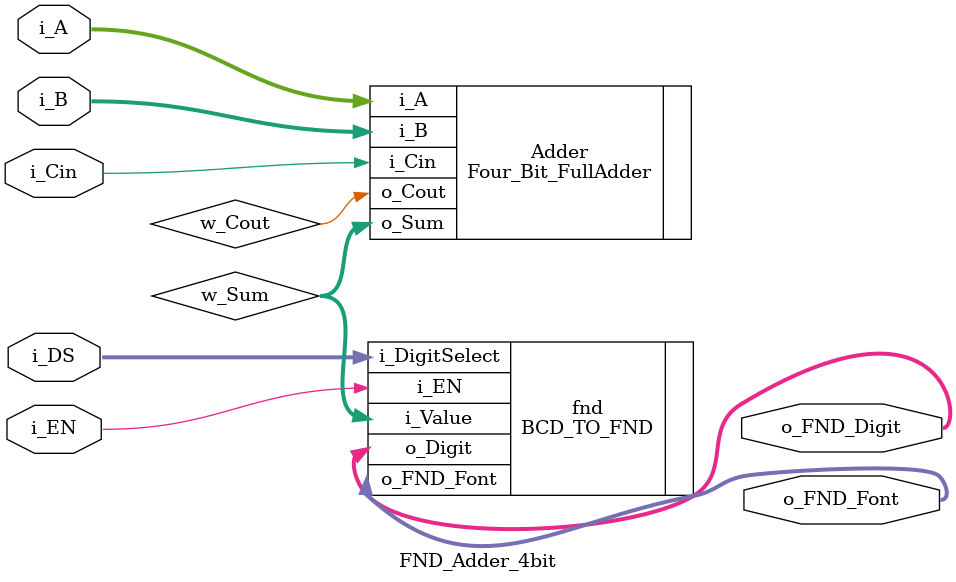
<source format=v>
`timescale 1ns / 1ps

module FND_Adder_4bit(
    input [3:0] i_A,
    input [3:0] i_B,
    input i_Cin,
    input i_EN,
    input [1:0] i_DS,
    output [3:0] o_FND_Digit,
    output [7:0] o_FND_Font
    );

    wire [3:0] w_Sum;
    wire w_Cout;

    Four_Bit_FullAdder Adder(
        .i_A(i_A),
        .i_B(i_B),
        .i_Cin(i_Cin),
        .o_Sum(w_Sum), 
        .o_Cout(w_Cout)
    );

    BCD_TO_FND fnd(
        .i_EN(i_EN),
        .i_DigitSelect(i_DS),
        .i_Value(w_Sum),
        .o_Digit(o_FND_Digit),
        .o_FND_Font(o_FND_Font)
    );

endmodule

</source>
